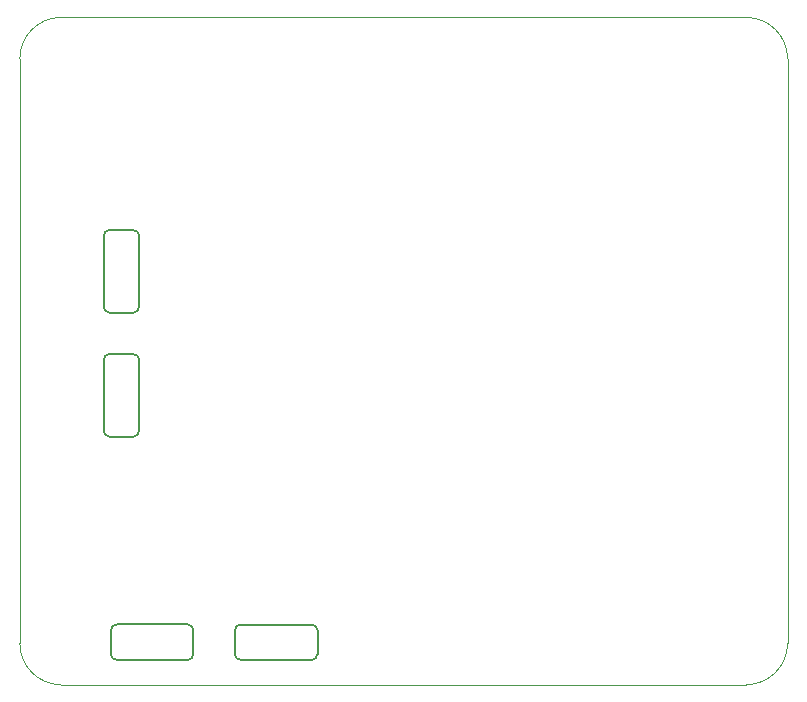
<source format=gbr>
%TF.GenerationSoftware,KiCad,Pcbnew,9.0.2*%
%TF.CreationDate,2025-05-28T22:42:43-04:00*%
%TF.ProjectId,DAQHat Rev A,44415148-6174-4205-9265-7620412e6b69,rev?*%
%TF.SameCoordinates,Original*%
%TF.FileFunction,Profile,NP*%
%FSLAX46Y46*%
G04 Gerber Fmt 4.6, Leading zero omitted, Abs format (unit mm)*
G04 Created by KiCad (PCBNEW 9.0.2) date 2025-05-28 22:42:43*
%MOMM*%
%LPD*%
G01*
G04 APERTURE LIST*
%TA.AperFunction,Profile*%
%ADD10C,0.150000*%
%TD*%
%TA.AperFunction,Profile*%
%ADD11C,0.100000*%
%TD*%
G04 APERTURE END LIST*
D10*
X135705101Y-123855346D02*
G75*
G02*
X135205054Y-123355346I-1J500046D01*
G01*
X125202416Y-120852011D02*
X131202416Y-120852011D01*
D11*
X120500000Y-125950000D02*
X178500000Y-125950000D01*
D10*
X131702416Y-123352011D02*
G75*
G02*
X131202416Y-123852016I-500016J11D01*
G01*
X124600000Y-104950000D02*
G75*
G02*
X124100000Y-104450000I0J500000D01*
G01*
X126600000Y-94450000D02*
X124600000Y-94450000D01*
X126600000Y-104950000D02*
X124600000Y-104950000D01*
D11*
X182000000Y-122450000D02*
X182000000Y-72950000D01*
D10*
X141705101Y-120855346D02*
G75*
G02*
X142205054Y-121355346I-1J-499954D01*
G01*
X124100000Y-87950000D02*
X124100000Y-93450000D01*
X124702416Y-121352011D02*
G75*
G02*
X125202416Y-120852016I499984J11D01*
G01*
X124702416Y-123352011D02*
X124702416Y-121352011D01*
D11*
X117000000Y-72950000D02*
G75*
G02*
X120500000Y-69450000I3500000J0D01*
G01*
D10*
X131202416Y-120852011D02*
G75*
G02*
X131702389Y-121352011I-16J-499989D01*
G01*
D11*
X120500000Y-125950000D02*
G75*
G02*
X117000000Y-122450000I0J3500000D01*
G01*
D10*
X124100000Y-98450000D02*
G75*
G02*
X124600000Y-97950000I500000J0D01*
G01*
X124100000Y-87950000D02*
G75*
G02*
X124600000Y-87450000I500000J0D01*
G01*
X125202416Y-123852011D02*
X131202416Y-123852011D01*
X127100000Y-93450000D02*
X127100000Y-87950000D01*
X124600000Y-97950000D02*
X126600000Y-97950000D01*
X135705101Y-123855346D02*
X141705101Y-123855346D01*
D11*
X117000000Y-72950000D02*
X117000000Y-122450000D01*
D10*
X127100000Y-104450000D02*
G75*
G02*
X126600000Y-104950000I-500000J0D01*
G01*
D11*
X178500000Y-69450000D02*
X120500000Y-69450000D01*
D10*
X124600000Y-87450000D02*
X126600000Y-87450000D01*
X126600000Y-97950000D02*
G75*
G02*
X127100000Y-98450000I0J-500000D01*
G01*
X142205101Y-121355346D02*
X142205101Y-123355346D01*
X127100000Y-93950000D02*
G75*
G02*
X126600000Y-94450000I-500000J0D01*
G01*
X127100000Y-93450000D02*
X127100000Y-93950000D01*
X125202416Y-123852011D02*
G75*
G02*
X124702389Y-123352011I-16J500011D01*
G01*
D11*
X178500000Y-69450000D02*
G75*
G02*
X182000000Y-72950000I0J-3500000D01*
G01*
D10*
X135705101Y-120855346D02*
X141705101Y-120855346D01*
X127100000Y-98450000D02*
X127100000Y-104450000D01*
X124600000Y-94450000D02*
G75*
G02*
X124100000Y-93950000I0J500000D01*
G01*
X126600000Y-87450000D02*
G75*
G02*
X127100000Y-87950000I0J-500000D01*
G01*
X142205101Y-123355346D02*
G75*
G02*
X141705101Y-123855301I-500001J46D01*
G01*
D11*
X182000000Y-122450000D02*
G75*
G02*
X178500000Y-125950000I-3500000J0D01*
G01*
D10*
X124100000Y-98450000D02*
X124100000Y-104450000D01*
X124100000Y-93450000D02*
X124100000Y-93950000D01*
X135205101Y-123355346D02*
X135205101Y-121355346D01*
X135205101Y-121355346D02*
G75*
G02*
X135705101Y-120855301I499999J46D01*
G01*
X131702416Y-121352011D02*
X131702416Y-123352011D01*
M02*

</source>
